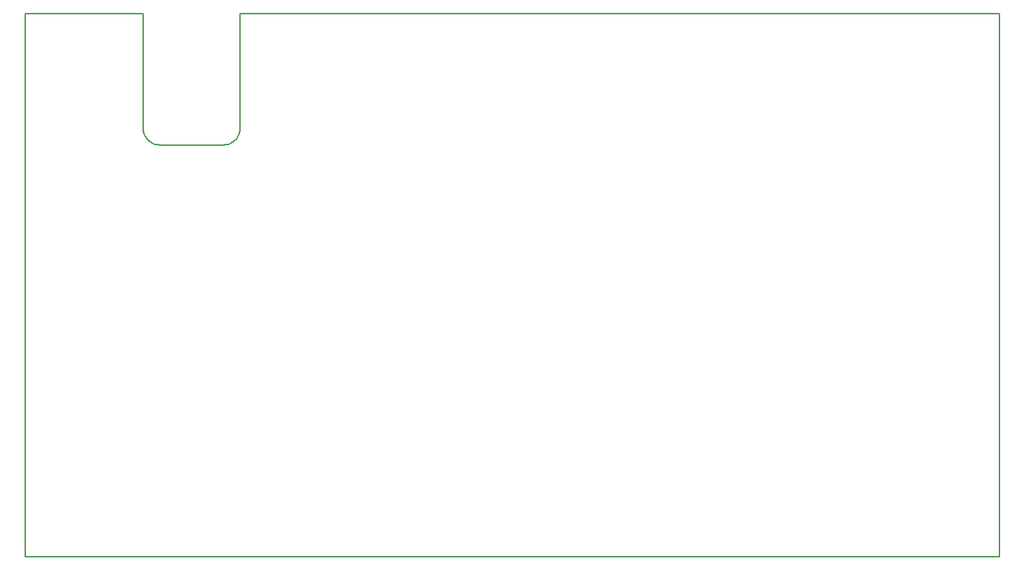
<source format=gbr>
%FSDAX33Y33*%
%MOMM*%
%SFA1B1*%

%IPPOS*%
%ADD10C,0.127000*%
%LNprof-1*%
%LPD*%
G54D10*
X002997Y004368D02*
Y071868D01*
X017697*
Y057568*
X017706Y057372*
X017783Y056988*
X017933Y056625*
X018151Y056300*
X018428Y056022*
X018754Y055804*
X019116Y055654*
X019501Y055578*
X019697Y055568*
X027697*
X027893Y055578*
X028277Y055654*
X028639Y055804*
X028965Y056022*
X029243Y056300*
X029461Y056625*
X029611Y056988*
X029687Y057372*
X029697Y057568*
Y071868*
X123997*
Y004368*
X002997*
M02*
</source>
